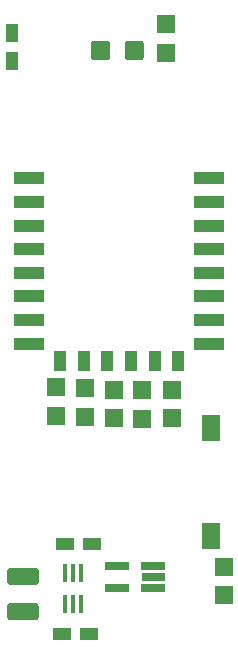
<source format=gbr>
G04 #@! TF.GenerationSoftware,KiCad,Pcbnew,(5.1.5)-1*
G04 #@! TF.CreationDate,2021-02-18T15:35:30+01:00*
G04 #@! TF.ProjectId,button,62757474-6f6e-42e6-9b69-6361645f7063,rev?*
G04 #@! TF.SameCoordinates,Original*
G04 #@! TF.FileFunction,Paste,Top*
G04 #@! TF.FilePolarity,Positive*
%FSLAX46Y46*%
G04 Gerber Fmt 4.6, Leading zero omitted, Abs format (unit mm)*
G04 Created by KiCad (PCBNEW (5.1.5)-1) date 2021-02-18 15:35:30*
%MOMM*%
%LPD*%
G04 APERTURE LIST*
%ADD10R,2.000000X0.650000*%
%ADD11C,0.100000*%
%ADD12R,1.500000X1.500000*%
%ADD13R,2.500000X1.000000*%
%ADD14R,1.000000X1.800000*%
%ADD15R,0.400000X1.500000*%
%ADD16R,1.600000X2.180000*%
%ADD17R,1.500000X1.100000*%
%ADD18R,1.100000X1.500000*%
G04 APERTURE END LIST*
D10*
X126950000Y-106380000D03*
X126950000Y-104480000D03*
X130000000Y-104480000D03*
D11*
G36*
X131000000Y-105105000D02*
G01*
X131000000Y-105755000D01*
X129000000Y-105755000D01*
X129000000Y-105105000D01*
X131000000Y-105105000D01*
G37*
D10*
X130000000Y-106380000D03*
D12*
X135990000Y-104590000D03*
X135990000Y-106990000D03*
D11*
G36*
X128959504Y-60026204D02*
G01*
X128983773Y-60029804D01*
X129007571Y-60035765D01*
X129030671Y-60044030D01*
X129052849Y-60054520D01*
X129073893Y-60067133D01*
X129093598Y-60081747D01*
X129111777Y-60098223D01*
X129128253Y-60116402D01*
X129142867Y-60136107D01*
X129155480Y-60157151D01*
X129165970Y-60179329D01*
X129174235Y-60202429D01*
X129180196Y-60226227D01*
X129183796Y-60250496D01*
X129185000Y-60275000D01*
X129185000Y-61425000D01*
X129183796Y-61449504D01*
X129180196Y-61473773D01*
X129174235Y-61497571D01*
X129165970Y-61520671D01*
X129155480Y-61542849D01*
X129142867Y-61563893D01*
X129128253Y-61583598D01*
X129111777Y-61601777D01*
X129093598Y-61618253D01*
X129073893Y-61632867D01*
X129052849Y-61645480D01*
X129030671Y-61655970D01*
X129007571Y-61664235D01*
X128983773Y-61670196D01*
X128959504Y-61673796D01*
X128935000Y-61675000D01*
X127835000Y-61675000D01*
X127810496Y-61673796D01*
X127786227Y-61670196D01*
X127762429Y-61664235D01*
X127739329Y-61655970D01*
X127717151Y-61645480D01*
X127696107Y-61632867D01*
X127676402Y-61618253D01*
X127658223Y-61601777D01*
X127641747Y-61583598D01*
X127627133Y-61563893D01*
X127614520Y-61542849D01*
X127604030Y-61520671D01*
X127595765Y-61497571D01*
X127589804Y-61473773D01*
X127586204Y-61449504D01*
X127585000Y-61425000D01*
X127585000Y-60275000D01*
X127586204Y-60250496D01*
X127589804Y-60226227D01*
X127595765Y-60202429D01*
X127604030Y-60179329D01*
X127614520Y-60157151D01*
X127627133Y-60136107D01*
X127641747Y-60116402D01*
X127658223Y-60098223D01*
X127676402Y-60081747D01*
X127696107Y-60067133D01*
X127717151Y-60054520D01*
X127739329Y-60044030D01*
X127762429Y-60035765D01*
X127786227Y-60029804D01*
X127810496Y-60026204D01*
X127835000Y-60025000D01*
X128935000Y-60025000D01*
X128959504Y-60026204D01*
G37*
G36*
X126109504Y-60026204D02*
G01*
X126133773Y-60029804D01*
X126157571Y-60035765D01*
X126180671Y-60044030D01*
X126202849Y-60054520D01*
X126223893Y-60067133D01*
X126243598Y-60081747D01*
X126261777Y-60098223D01*
X126278253Y-60116402D01*
X126292867Y-60136107D01*
X126305480Y-60157151D01*
X126315970Y-60179329D01*
X126324235Y-60202429D01*
X126330196Y-60226227D01*
X126333796Y-60250496D01*
X126335000Y-60275000D01*
X126335000Y-61425000D01*
X126333796Y-61449504D01*
X126330196Y-61473773D01*
X126324235Y-61497571D01*
X126315970Y-61520671D01*
X126305480Y-61542849D01*
X126292867Y-61563893D01*
X126278253Y-61583598D01*
X126261777Y-61601777D01*
X126243598Y-61618253D01*
X126223893Y-61632867D01*
X126202849Y-61645480D01*
X126180671Y-61655970D01*
X126157571Y-61664235D01*
X126133773Y-61670196D01*
X126109504Y-61673796D01*
X126085000Y-61675000D01*
X124985000Y-61675000D01*
X124960496Y-61673796D01*
X124936227Y-61670196D01*
X124912429Y-61664235D01*
X124889329Y-61655970D01*
X124867151Y-61645480D01*
X124846107Y-61632867D01*
X124826402Y-61618253D01*
X124808223Y-61601777D01*
X124791747Y-61583598D01*
X124777133Y-61563893D01*
X124764520Y-61542849D01*
X124754030Y-61520671D01*
X124745765Y-61497571D01*
X124739804Y-61473773D01*
X124736204Y-61449504D01*
X124735000Y-61425000D01*
X124735000Y-60275000D01*
X124736204Y-60250496D01*
X124739804Y-60226227D01*
X124745765Y-60202429D01*
X124754030Y-60179329D01*
X124764520Y-60157151D01*
X124777133Y-60136107D01*
X124791747Y-60116402D01*
X124808223Y-60098223D01*
X124826402Y-60081747D01*
X124846107Y-60067133D01*
X124867151Y-60054520D01*
X124889329Y-60044030D01*
X124912429Y-60035765D01*
X124936227Y-60029804D01*
X124960496Y-60026204D01*
X124985000Y-60025000D01*
X126085000Y-60025000D01*
X126109504Y-60026204D01*
G37*
D13*
X134710000Y-71680000D03*
X134710000Y-73680000D03*
X134710000Y-75680000D03*
X134710000Y-77680000D03*
X134710000Y-79680000D03*
X134710000Y-81680000D03*
X134710000Y-83680000D03*
X134710000Y-85680000D03*
D14*
X132110000Y-87180000D03*
X130110000Y-87180000D03*
X128110000Y-87180000D03*
X126110000Y-87180000D03*
X124110000Y-87180000D03*
X122110000Y-87180000D03*
D13*
X119510000Y-85680000D03*
X119510000Y-83680000D03*
X119510000Y-81680000D03*
X119510000Y-79680000D03*
X119510000Y-77680000D03*
X119510000Y-75680000D03*
X119510000Y-73680000D03*
X119510000Y-71680000D03*
D15*
X122560000Y-107750000D03*
X123210000Y-107750000D03*
X123860000Y-107750000D03*
X123860000Y-105090000D03*
X123210000Y-105090000D03*
X122560000Y-105090000D03*
D16*
X134890000Y-92800000D03*
X134890000Y-101980000D03*
D12*
X131090000Y-58650000D03*
X131090000Y-61050000D03*
X126710000Y-89610000D03*
X126710000Y-92010000D03*
X131610000Y-89600000D03*
X131610000Y-92000000D03*
X124180000Y-89450000D03*
X124180000Y-91850000D03*
X129080000Y-89620000D03*
X129080000Y-92020000D03*
X121730000Y-89390000D03*
X121730000Y-91790000D03*
D11*
G36*
X120059504Y-104681204D02*
G01*
X120083773Y-104684804D01*
X120107571Y-104690765D01*
X120130671Y-104699030D01*
X120152849Y-104709520D01*
X120173893Y-104722133D01*
X120193598Y-104736747D01*
X120211777Y-104753223D01*
X120228253Y-104771402D01*
X120242867Y-104791107D01*
X120255480Y-104812151D01*
X120265970Y-104834329D01*
X120274235Y-104857429D01*
X120280196Y-104881227D01*
X120283796Y-104905496D01*
X120285000Y-104930000D01*
X120285000Y-105855000D01*
X120283796Y-105879504D01*
X120280196Y-105903773D01*
X120274235Y-105927571D01*
X120265970Y-105950671D01*
X120255480Y-105972849D01*
X120242867Y-105993893D01*
X120228253Y-106013598D01*
X120211777Y-106031777D01*
X120193598Y-106048253D01*
X120173893Y-106062867D01*
X120152849Y-106075480D01*
X120130671Y-106085970D01*
X120107571Y-106094235D01*
X120083773Y-106100196D01*
X120059504Y-106103796D01*
X120035000Y-106105000D01*
X117885000Y-106105000D01*
X117860496Y-106103796D01*
X117836227Y-106100196D01*
X117812429Y-106094235D01*
X117789329Y-106085970D01*
X117767151Y-106075480D01*
X117746107Y-106062867D01*
X117726402Y-106048253D01*
X117708223Y-106031777D01*
X117691747Y-106013598D01*
X117677133Y-105993893D01*
X117664520Y-105972849D01*
X117654030Y-105950671D01*
X117645765Y-105927571D01*
X117639804Y-105903773D01*
X117636204Y-105879504D01*
X117635000Y-105855000D01*
X117635000Y-104930000D01*
X117636204Y-104905496D01*
X117639804Y-104881227D01*
X117645765Y-104857429D01*
X117654030Y-104834329D01*
X117664520Y-104812151D01*
X117677133Y-104791107D01*
X117691747Y-104771402D01*
X117708223Y-104753223D01*
X117726402Y-104736747D01*
X117746107Y-104722133D01*
X117767151Y-104709520D01*
X117789329Y-104699030D01*
X117812429Y-104690765D01*
X117836227Y-104684804D01*
X117860496Y-104681204D01*
X117885000Y-104680000D01*
X120035000Y-104680000D01*
X120059504Y-104681204D01*
G37*
G36*
X120059504Y-107656204D02*
G01*
X120083773Y-107659804D01*
X120107571Y-107665765D01*
X120130671Y-107674030D01*
X120152849Y-107684520D01*
X120173893Y-107697133D01*
X120193598Y-107711747D01*
X120211777Y-107728223D01*
X120228253Y-107746402D01*
X120242867Y-107766107D01*
X120255480Y-107787151D01*
X120265970Y-107809329D01*
X120274235Y-107832429D01*
X120280196Y-107856227D01*
X120283796Y-107880496D01*
X120285000Y-107905000D01*
X120285000Y-108830000D01*
X120283796Y-108854504D01*
X120280196Y-108878773D01*
X120274235Y-108902571D01*
X120265970Y-108925671D01*
X120255480Y-108947849D01*
X120242867Y-108968893D01*
X120228253Y-108988598D01*
X120211777Y-109006777D01*
X120193598Y-109023253D01*
X120173893Y-109037867D01*
X120152849Y-109050480D01*
X120130671Y-109060970D01*
X120107571Y-109069235D01*
X120083773Y-109075196D01*
X120059504Y-109078796D01*
X120035000Y-109080000D01*
X117885000Y-109080000D01*
X117860496Y-109078796D01*
X117836227Y-109075196D01*
X117812429Y-109069235D01*
X117789329Y-109060970D01*
X117767151Y-109050480D01*
X117746107Y-109037867D01*
X117726402Y-109023253D01*
X117708223Y-109006777D01*
X117691747Y-108988598D01*
X117677133Y-108968893D01*
X117664520Y-108947849D01*
X117654030Y-108925671D01*
X117645765Y-108902571D01*
X117639804Y-108878773D01*
X117636204Y-108854504D01*
X117635000Y-108830000D01*
X117635000Y-107905000D01*
X117636204Y-107880496D01*
X117639804Y-107856227D01*
X117645765Y-107832429D01*
X117654030Y-107809329D01*
X117664520Y-107787151D01*
X117677133Y-107766107D01*
X117691747Y-107746402D01*
X117708223Y-107728223D01*
X117726402Y-107711747D01*
X117746107Y-107697133D01*
X117767151Y-107684520D01*
X117789329Y-107674030D01*
X117812429Y-107665765D01*
X117836227Y-107659804D01*
X117860496Y-107656204D01*
X117885000Y-107655000D01*
X120035000Y-107655000D01*
X120059504Y-107656204D01*
G37*
D17*
X122550000Y-102660000D03*
X124850000Y-102660000D03*
D18*
X118050000Y-61710000D03*
X118050000Y-59410000D03*
D17*
X124550000Y-110250000D03*
X122250000Y-110250000D03*
M02*

</source>
